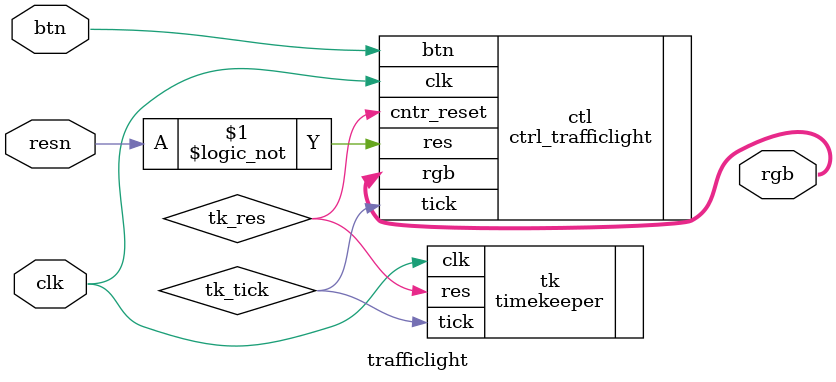
<source format=sv>
module trafficlight (
    output [2:0] rgb,
    input btn,
    input resn,
    input clk
);

    wire tk_tick;
    wire tk_res;
    reg  ctl_res;

    timekeeper #(
        .WAIT(8)
    ) tk (
        .clk (clk),
        .tick(tk_tick),
        .res (tk_res)
    );

    ctrl_trafficlight ctl (
        .rgb(rgb),
        .cntr_reset(tk_res),
        .btn(btn),
        .tick(tk_tick),
        .res(!resn),
        .clk(clk)
    );

endmodule

</source>
